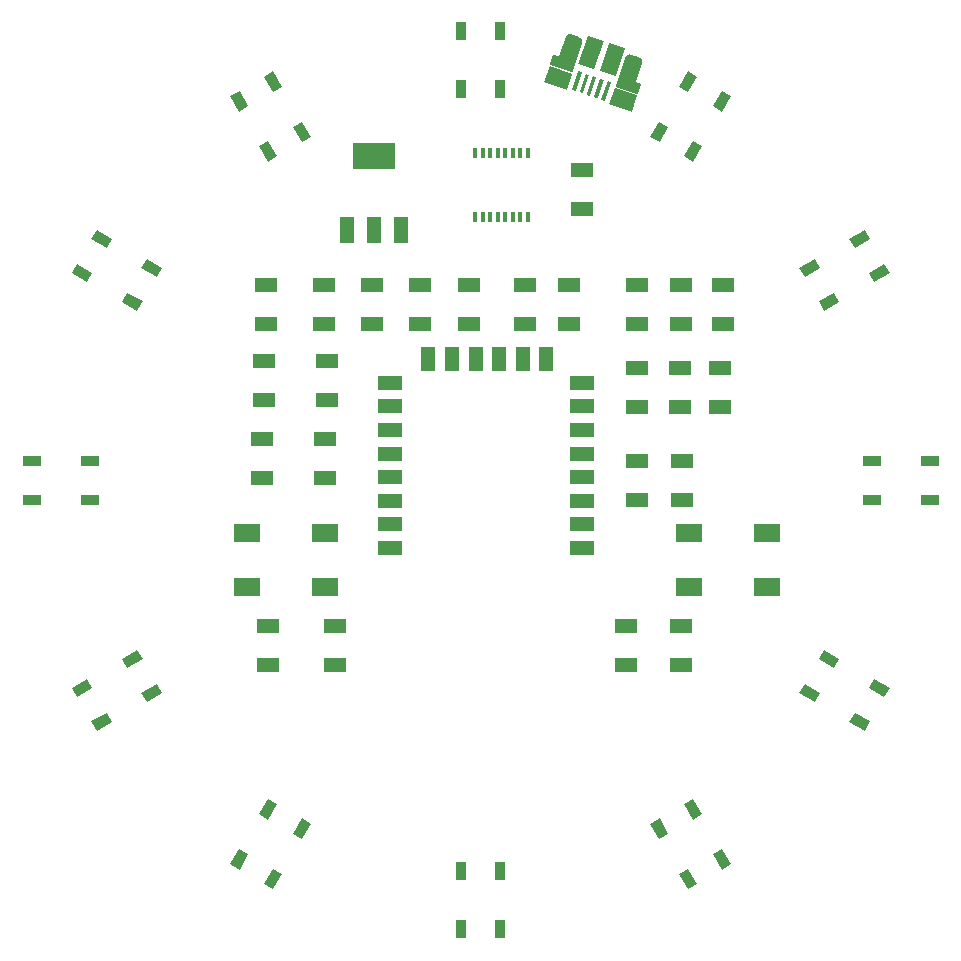
<source format=gbr>
G04 EAGLE Gerber RS-274X export*
G75*
%MOMM*%
%FSLAX34Y34*%
%LPD*%
%INSolderpaste Top*%
%IPPOS*%
%AMOC8*
5,1,8,0,0,1.08239X$1,22.5*%
G01*
%ADD10R,1.905000X1.270000*%
%ADD11R,0.406400X0.914400*%
%ADD12R,1.500000X0.900000*%
%ADD13R,0.900000X1.500000*%
%ADD14R,2.286000X1.524000*%
%ADD15R,2.000000X1.200000*%
%ADD16R,1.200000X2.000000*%
%ADD17R,1.219200X2.235200*%
%ADD18R,3.600000X2.200000*%
%ADD19R,1.460000X2.000000*%
%ADD20R,2.500000X1.425000*%

G36*
X132816Y327239D02*
X132816Y327239D01*
X132821Y327239D01*
X132912Y327266D01*
X133004Y327292D01*
X133008Y327295D01*
X133013Y327296D01*
X133086Y327357D01*
X133161Y327416D01*
X133163Y327421D01*
X133167Y327424D01*
X133254Y327582D01*
X135766Y335045D01*
X135766Y335050D01*
X135769Y335054D01*
X135779Y335148D01*
X135791Y335243D01*
X135789Y335249D01*
X135790Y335254D01*
X135763Y335345D01*
X135737Y335436D01*
X135734Y335441D01*
X135732Y335446D01*
X135672Y335519D01*
X135612Y335594D01*
X135608Y335596D01*
X135605Y335600D01*
X135447Y335687D01*
X131113Y337146D01*
X136622Y353516D01*
X136625Y353542D01*
X136637Y353571D01*
X136781Y354238D01*
X136782Y354288D01*
X136792Y354351D01*
X136784Y355034D01*
X136774Y355082D01*
X136770Y355146D01*
X136610Y355810D01*
X136590Y355855D01*
X136572Y355917D01*
X136268Y356528D01*
X136238Y356567D01*
X136207Y356624D01*
X135775Y357152D01*
X135736Y357183D01*
X135693Y357231D01*
X135155Y357651D01*
X135110Y357673D01*
X135058Y357710D01*
X134439Y357999D01*
X134413Y358005D01*
X134386Y358020D01*
X127405Y360369D01*
X127379Y360372D01*
X127350Y360384D01*
X126628Y360540D01*
X126578Y360541D01*
X126515Y360552D01*
X125775Y360543D01*
X125727Y360532D01*
X125662Y360529D01*
X124944Y360355D01*
X124899Y360335D01*
X124837Y360317D01*
X124175Y359988D01*
X124136Y359958D01*
X124079Y359926D01*
X123507Y359458D01*
X123475Y359420D01*
X123427Y359377D01*
X122973Y358794D01*
X122951Y358749D01*
X122914Y358697D01*
X122601Y358027D01*
X122595Y358001D01*
X122580Y357974D01*
X114478Y333901D01*
X114478Y333895D01*
X114475Y333891D01*
X114465Y333797D01*
X114453Y333702D01*
X114455Y333697D01*
X114454Y333691D01*
X114481Y333600D01*
X114507Y333509D01*
X114510Y333504D01*
X114512Y333499D01*
X114572Y333426D01*
X114632Y333351D01*
X114636Y333349D01*
X114640Y333345D01*
X114797Y333258D01*
X132612Y327263D01*
X132617Y327262D01*
X132621Y327260D01*
X132715Y327250D01*
X132810Y327238D01*
X132816Y327239D01*
G37*
G36*
X77295Y345924D02*
X77295Y345924D01*
X77300Y345923D01*
X77391Y345951D01*
X77483Y345976D01*
X77487Y345980D01*
X77492Y345981D01*
X77565Y346042D01*
X77640Y346101D01*
X77643Y346105D01*
X77647Y346109D01*
X77734Y346267D01*
X85835Y370340D01*
X85838Y370366D01*
X85850Y370395D01*
X86006Y371117D01*
X86007Y371167D01*
X86017Y371230D01*
X86009Y371970D01*
X85998Y372018D01*
X85995Y372083D01*
X85821Y372801D01*
X85801Y372846D01*
X85783Y372908D01*
X85454Y373570D01*
X85424Y373610D01*
X85392Y373666D01*
X84924Y374238D01*
X84886Y374270D01*
X84843Y374318D01*
X84259Y374772D01*
X84215Y374794D01*
X84163Y374831D01*
X83493Y375144D01*
X83467Y375150D01*
X83440Y375165D01*
X76459Y377515D01*
X76432Y377518D01*
X76404Y377530D01*
X75736Y377674D01*
X75687Y377674D01*
X75623Y377685D01*
X74941Y377677D01*
X74893Y377666D01*
X74828Y377663D01*
X74165Y377503D01*
X74120Y377482D01*
X74058Y377464D01*
X73447Y377161D01*
X73408Y377130D01*
X73351Y377099D01*
X72823Y376667D01*
X72791Y376629D01*
X72743Y376586D01*
X72324Y376047D01*
X72302Y376003D01*
X72265Y375950D01*
X71976Y375332D01*
X71970Y375306D01*
X71955Y375279D01*
X66446Y358908D01*
X62112Y360367D01*
X62107Y360368D01*
X62102Y360370D01*
X62008Y360380D01*
X61913Y360392D01*
X61908Y360391D01*
X61903Y360391D01*
X61812Y360364D01*
X61720Y360338D01*
X61716Y360335D01*
X61711Y360333D01*
X61638Y360273D01*
X61563Y360214D01*
X61560Y360209D01*
X61556Y360206D01*
X61469Y360048D01*
X58958Y352585D01*
X58957Y352580D01*
X58955Y352575D01*
X58945Y352481D01*
X58933Y352386D01*
X58934Y352381D01*
X58933Y352376D01*
X58961Y352285D01*
X58986Y352193D01*
X58990Y352189D01*
X58991Y352184D01*
X59052Y352111D01*
X59111Y352036D01*
X59116Y352034D01*
X59119Y352030D01*
X59277Y351943D01*
X77091Y345948D01*
X77096Y345947D01*
X77101Y345944D01*
X77195Y345934D01*
X77290Y345922D01*
X77295Y345924D01*
G37*
G36*
X104871Y321394D02*
X104871Y321394D01*
X104925Y321392D01*
X104939Y321400D01*
X104956Y321402D01*
X104999Y321435D01*
X105045Y321462D01*
X105053Y321477D01*
X105067Y321488D01*
X105101Y321554D01*
X110284Y336955D01*
X110284Y336972D01*
X110292Y336988D01*
X110287Y337041D01*
X110289Y337095D01*
X110281Y337110D01*
X110279Y337127D01*
X110246Y337169D01*
X110219Y337216D01*
X110204Y337223D01*
X110193Y337237D01*
X110127Y337271D01*
X107758Y338068D01*
X107740Y338069D01*
X107725Y338077D01*
X107672Y338072D01*
X107618Y338074D01*
X107603Y338065D01*
X107586Y338064D01*
X107544Y338031D01*
X107497Y338004D01*
X107489Y337988D01*
X107476Y337978D01*
X107442Y337912D01*
X102259Y322510D01*
X102258Y322493D01*
X102250Y322478D01*
X102255Y322424D01*
X102253Y322371D01*
X102262Y322356D01*
X102263Y322339D01*
X102296Y322296D01*
X102324Y322250D01*
X102339Y322242D01*
X102349Y322229D01*
X102415Y322195D01*
X104785Y321397D01*
X104802Y321397D01*
X104817Y321389D01*
X104871Y321394D01*
G37*
G36*
X98710Y323467D02*
X98710Y323467D01*
X98764Y323465D01*
X98779Y323473D01*
X98796Y323475D01*
X98838Y323508D01*
X98885Y323535D01*
X98893Y323551D01*
X98906Y323561D01*
X98940Y323627D01*
X104123Y339028D01*
X104124Y339046D01*
X104132Y339061D01*
X104127Y339114D01*
X104129Y339168D01*
X104120Y339183D01*
X104119Y339200D01*
X104086Y339242D01*
X104058Y339289D01*
X104043Y339297D01*
X104033Y339310D01*
X103967Y339344D01*
X101597Y340142D01*
X101580Y340142D01*
X101565Y340150D01*
X101511Y340145D01*
X101457Y340147D01*
X101443Y340139D01*
X101426Y340137D01*
X101383Y340104D01*
X101337Y340077D01*
X101329Y340062D01*
X101315Y340051D01*
X101281Y339985D01*
X96098Y324584D01*
X96098Y324566D01*
X96090Y324551D01*
X96095Y324498D01*
X96093Y324444D01*
X96101Y324429D01*
X96103Y324412D01*
X96136Y324370D01*
X96163Y324323D01*
X96178Y324315D01*
X96189Y324302D01*
X96255Y324268D01*
X98624Y323470D01*
X98642Y323470D01*
X98657Y323462D01*
X98710Y323467D01*
G37*
G36*
X92550Y325540D02*
X92550Y325540D01*
X92604Y325538D01*
X92618Y325547D01*
X92635Y325548D01*
X92678Y325581D01*
X92724Y325608D01*
X92732Y325624D01*
X92746Y325634D01*
X92780Y325700D01*
X97963Y341102D01*
X97963Y341119D01*
X97971Y341134D01*
X97966Y341188D01*
X97968Y341241D01*
X97960Y341256D01*
X97958Y341273D01*
X97925Y341316D01*
X97898Y341362D01*
X97883Y341370D01*
X97872Y341383D01*
X97806Y341417D01*
X95437Y342215D01*
X95419Y342215D01*
X95404Y342223D01*
X95351Y342218D01*
X95297Y342220D01*
X95282Y342212D01*
X95265Y342210D01*
X95223Y342177D01*
X95176Y342150D01*
X95168Y342135D01*
X95155Y342124D01*
X95121Y342058D01*
X89938Y326657D01*
X89937Y326640D01*
X89929Y326624D01*
X89934Y326571D01*
X89932Y326517D01*
X89941Y326502D01*
X89942Y326485D01*
X89976Y326443D01*
X90003Y326396D01*
X90018Y326389D01*
X90028Y326375D01*
X90095Y326341D01*
X92464Y325544D01*
X92481Y325543D01*
X92496Y325535D01*
X92550Y325540D01*
G37*
G36*
X80229Y329687D02*
X80229Y329687D01*
X80283Y329685D01*
X80297Y329693D01*
X80314Y329695D01*
X80357Y329728D01*
X80403Y329755D01*
X80411Y329770D01*
X80425Y329781D01*
X80459Y329847D01*
X85642Y345248D01*
X85642Y345265D01*
X85650Y345281D01*
X85645Y345334D01*
X85647Y345388D01*
X85639Y345403D01*
X85637Y345420D01*
X85604Y345462D01*
X85577Y345509D01*
X85562Y345516D01*
X85551Y345530D01*
X85485Y345564D01*
X83116Y346361D01*
X83098Y346362D01*
X83083Y346370D01*
X83030Y346365D01*
X82976Y346367D01*
X82961Y346358D01*
X82944Y346357D01*
X82902Y346324D01*
X82855Y346296D01*
X82847Y346281D01*
X82834Y346271D01*
X82800Y346205D01*
X77617Y330803D01*
X77616Y330786D01*
X77608Y330771D01*
X77613Y330717D01*
X77611Y330664D01*
X77620Y330649D01*
X77621Y330632D01*
X77655Y330589D01*
X77682Y330543D01*
X77697Y330535D01*
X77707Y330522D01*
X77774Y330488D01*
X80143Y329690D01*
X80160Y329689D01*
X80175Y329682D01*
X80229Y329687D01*
G37*
G36*
X86389Y327613D02*
X86389Y327613D01*
X86443Y327611D01*
X86458Y327620D01*
X86475Y327622D01*
X86517Y327655D01*
X86564Y327682D01*
X86572Y327697D01*
X86585Y327708D01*
X86619Y327774D01*
X91802Y343175D01*
X91803Y343192D01*
X91811Y343207D01*
X91806Y343261D01*
X91808Y343315D01*
X91799Y343329D01*
X91798Y343346D01*
X91765Y343389D01*
X91737Y343435D01*
X91722Y343443D01*
X91712Y343457D01*
X91646Y343491D01*
X89276Y344288D01*
X89259Y344289D01*
X89244Y344297D01*
X89190Y344291D01*
X89136Y344294D01*
X89122Y344285D01*
X89105Y344283D01*
X89062Y344250D01*
X89016Y344223D01*
X89008Y344208D01*
X88994Y344197D01*
X88960Y344131D01*
X83777Y328730D01*
X83777Y328713D01*
X83769Y328698D01*
X83774Y328644D01*
X83772Y328590D01*
X83780Y328576D01*
X83782Y328559D01*
X83815Y328516D01*
X83842Y328470D01*
X83857Y328462D01*
X83868Y328448D01*
X83934Y328414D01*
X86303Y327617D01*
X86321Y327616D01*
X86336Y327608D01*
X86389Y327613D01*
G37*
D10*
X-91690Y165468D03*
X-91690Y132448D03*
X74815Y165468D03*
X74815Y132448D03*
X205261Y132448D03*
X205261Y165468D03*
X-131681Y2116D03*
X-131681Y35136D03*
X-132987Y132448D03*
X-132987Y165468D03*
X-130300Y68268D03*
X-130300Y101288D03*
X202832Y94944D03*
X202832Y61924D03*
X-181387Y165468D03*
X-181387Y132448D03*
D11*
X-4523Y222554D03*
X1827Y222554D03*
X8177Y222554D03*
X14527Y222554D03*
X20877Y222554D03*
X27227Y222554D03*
X33577Y222554D03*
X39927Y222554D03*
X39927Y276910D03*
X33577Y276910D03*
X27227Y276910D03*
X20877Y276910D03*
X14527Y276910D03*
X8177Y276910D03*
X1827Y276910D03*
X-4523Y276910D03*
D12*
X380100Y-16500D03*
X380100Y16500D03*
X331100Y-16500D03*
X331100Y16500D03*
D13*
X-16500Y-380100D03*
X16500Y-380100D03*
X-16500Y-331100D03*
X16500Y-331100D03*
D12*
G36*
X175908Y-328681D02*
X183408Y-341671D01*
X175614Y-346171D01*
X168114Y-333181D01*
X175908Y-328681D01*
G37*
G36*
X204486Y-312181D02*
X211986Y-325171D01*
X204192Y-329671D01*
X196692Y-316681D01*
X204486Y-312181D01*
G37*
G36*
X151408Y-286246D02*
X158908Y-299236D01*
X151114Y-303736D01*
X143614Y-290746D01*
X151408Y-286246D01*
G37*
G36*
X179986Y-269746D02*
X187486Y-282736D01*
X179692Y-287236D01*
X172192Y-274246D01*
X179986Y-269746D01*
G37*
G36*
X316681Y-196692D02*
X329671Y-204192D01*
X325171Y-211986D01*
X312181Y-204486D01*
X316681Y-196692D01*
G37*
G36*
X333181Y-168114D02*
X346171Y-175614D01*
X341671Y-183408D01*
X328681Y-175908D01*
X333181Y-168114D01*
G37*
G36*
X274246Y-172192D02*
X287236Y-179692D01*
X282736Y-187486D01*
X269746Y-179986D01*
X274246Y-172192D01*
G37*
G36*
X290746Y-143614D02*
X303736Y-151114D01*
X299236Y-158908D01*
X286246Y-151408D01*
X290746Y-143614D01*
G37*
G36*
X328681Y175908D02*
X341671Y183408D01*
X346171Y175614D01*
X333181Y168114D01*
X328681Y175908D01*
G37*
G36*
X312181Y204486D02*
X325171Y211986D01*
X329671Y204192D01*
X316681Y196692D01*
X312181Y204486D01*
G37*
G36*
X286246Y151408D02*
X299236Y158908D01*
X303736Y151114D01*
X290746Y143614D01*
X286246Y151408D01*
G37*
G36*
X269746Y179986D02*
X282736Y187486D01*
X287236Y179692D01*
X274246Y172192D01*
X269746Y179986D01*
G37*
G36*
X196692Y316681D02*
X204192Y329671D01*
X211986Y325171D01*
X204486Y312181D01*
X196692Y316681D01*
G37*
G36*
X168114Y333181D02*
X175614Y346171D01*
X183408Y341671D01*
X175908Y328681D01*
X168114Y333181D01*
G37*
G36*
X172192Y274246D02*
X179692Y287236D01*
X187486Y282736D01*
X179986Y269746D01*
X172192Y274246D01*
G37*
G36*
X143614Y290746D02*
X151114Y303736D01*
X158908Y299236D01*
X151408Y286246D01*
X143614Y290746D01*
G37*
D13*
X16500Y380100D03*
X-16500Y380100D03*
X16500Y331100D03*
X-16500Y331100D03*
D12*
G36*
X-175908Y328681D02*
X-183408Y341671D01*
X-175614Y346171D01*
X-168114Y333181D01*
X-175908Y328681D01*
G37*
G36*
X-204486Y312181D02*
X-211986Y325171D01*
X-204192Y329671D01*
X-196692Y316681D01*
X-204486Y312181D01*
G37*
G36*
X-151408Y286246D02*
X-158908Y299236D01*
X-151114Y303736D01*
X-143614Y290746D01*
X-151408Y286246D01*
G37*
G36*
X-179986Y269746D02*
X-187486Y282736D01*
X-179692Y287236D01*
X-172192Y274246D01*
X-179986Y269746D01*
G37*
G36*
X-316681Y196692D02*
X-329671Y204192D01*
X-325171Y211986D01*
X-312181Y204486D01*
X-316681Y196692D01*
G37*
G36*
X-333181Y168114D02*
X-346171Y175614D01*
X-341671Y183408D01*
X-328681Y175908D01*
X-333181Y168114D01*
G37*
G36*
X-274246Y172192D02*
X-287236Y179692D01*
X-282736Y187486D01*
X-269746Y179986D01*
X-274246Y172192D01*
G37*
G36*
X-290746Y143614D02*
X-303736Y151114D01*
X-299236Y158908D01*
X-286246Y151408D01*
X-290746Y143614D01*
G37*
X-380100Y16500D03*
X-380100Y-16500D03*
X-331100Y16500D03*
X-331100Y-16500D03*
G36*
X-328681Y-175908D02*
X-341671Y-183408D01*
X-346171Y-175614D01*
X-333181Y-168114D01*
X-328681Y-175908D01*
G37*
G36*
X-312181Y-204486D02*
X-325171Y-211986D01*
X-329671Y-204192D01*
X-316681Y-196692D01*
X-312181Y-204486D01*
G37*
G36*
X-286246Y-151408D02*
X-299236Y-158908D01*
X-303736Y-151114D01*
X-290746Y-143614D01*
X-286246Y-151408D01*
G37*
G36*
X-269746Y-179986D02*
X-282736Y-187486D01*
X-287236Y-179692D01*
X-274246Y-172192D01*
X-269746Y-179986D01*
G37*
G36*
X-196692Y-316681D02*
X-204192Y-329671D01*
X-211986Y-325171D01*
X-204486Y-312181D01*
X-196692Y-316681D01*
G37*
G36*
X-168114Y-333181D02*
X-175614Y-346171D01*
X-183408Y-341671D01*
X-175908Y-328681D01*
X-168114Y-333181D01*
G37*
G36*
X-172192Y-274246D02*
X-179692Y-287236D01*
X-187486Y-282736D01*
X-179986Y-269746D01*
X-172192Y-274246D01*
G37*
G36*
X-143614Y-290746D02*
X-151114Y-303736D01*
X-158908Y-299236D01*
X-151408Y-286246D01*
X-143614Y-290746D01*
G37*
D10*
X86176Y229698D03*
X86176Y262718D03*
X-123400Y-123342D03*
X-123400Y-156362D03*
X-185190Y35136D03*
X-185190Y2116D03*
X132444Y-16474D03*
X132444Y16546D03*
X37754Y132448D03*
X37754Y165468D03*
X-51206Y165468D03*
X-51206Y132448D03*
X132225Y165468D03*
X132225Y132448D03*
X169714Y165468D03*
X169714Y132448D03*
X-183841Y101288D03*
X-183841Y68268D03*
X169470Y-123342D03*
X169470Y-156362D03*
X123334Y-123342D03*
X123334Y-156362D03*
X-179986Y-123342D03*
X-179986Y-156362D03*
D14*
X176328Y-44814D03*
X242368Y-44814D03*
X176328Y-90534D03*
X242368Y-90534D03*
X-131627Y-90534D03*
X-197667Y-90534D03*
X-131627Y-44814D03*
X-197667Y-44814D03*
D15*
X85634Y82645D03*
X85634Y62645D03*
X85634Y42645D03*
X85634Y22645D03*
X85634Y2645D03*
X85634Y-17355D03*
X85634Y-37355D03*
X85634Y-57355D03*
X-76366Y82645D03*
X-76366Y62645D03*
X-76366Y42645D03*
X-76366Y22645D03*
X-76366Y2645D03*
X-76366Y-17355D03*
X-76366Y-37355D03*
X-76366Y-57355D03*
D16*
X-24366Y102645D03*
X55634Y102645D03*
X35634Y102645D03*
X-44366Y102645D03*
X15634Y102645D03*
X-4366Y102645D03*
D10*
X-9671Y132448D03*
X-9671Y165468D03*
X168820Y61924D03*
X168820Y94944D03*
X132112Y61924D03*
X132112Y94944D03*
X170167Y16546D03*
X170167Y-16474D03*
D17*
X-113433Y212328D03*
X-90319Y212328D03*
X-67205Y212328D03*
D18*
X-90319Y274306D03*
D19*
G36*
X53803Y336856D02*
X58460Y350693D01*
X77415Y344314D01*
X72758Y330477D01*
X53803Y336856D01*
G37*
G36*
X108773Y318356D02*
X113430Y332193D01*
X132385Y325814D01*
X127728Y311977D01*
X108773Y318356D01*
G37*
D20*
G36*
X100887Y346650D02*
X108861Y370343D01*
X122365Y365798D01*
X114391Y342105D01*
X100887Y346650D01*
G37*
G36*
X82642Y352790D02*
X90616Y376483D01*
X104120Y371938D01*
X96146Y348245D01*
X82642Y352790D01*
G37*
M02*

</source>
